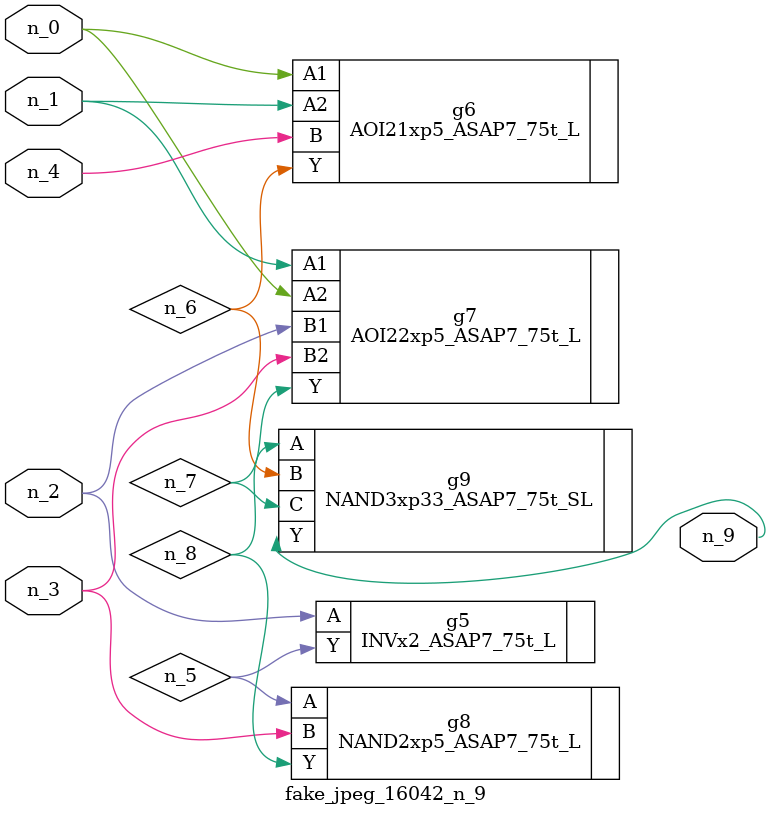
<source format=v>
module fake_jpeg_16042_n_9 (n_3, n_2, n_1, n_0, n_4, n_9);

input n_3;
input n_2;
input n_1;
input n_0;
input n_4;

output n_9;

wire n_8;
wire n_6;
wire n_5;
wire n_7;

INVx2_ASAP7_75t_L g5 ( 
.A(n_2),
.Y(n_5)
);

AOI21xp5_ASAP7_75t_L g6 ( 
.A1(n_0),
.A2(n_1),
.B(n_4),
.Y(n_6)
);

AOI22xp5_ASAP7_75t_L g7 ( 
.A1(n_1),
.A2(n_0),
.B1(n_2),
.B2(n_3),
.Y(n_7)
);

NAND2xp5_ASAP7_75t_L g8 ( 
.A(n_5),
.B(n_3),
.Y(n_8)
);

NAND3xp33_ASAP7_75t_SL g9 ( 
.A(n_8),
.B(n_6),
.C(n_7),
.Y(n_9)
);


endmodule
</source>
